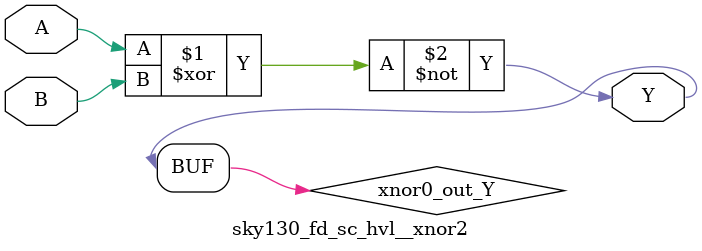
<source format=v>
/*
 * Copyright 2020 The SkyWater PDK Authors
 *
 * Licensed under the Apache License, Version 2.0 (the "License");
 * you may not use this file except in compliance with the License.
 * You may obtain a copy of the License at
 *
 *     https://www.apache.org/licenses/LICENSE-2.0
 *
 * Unless required by applicable law or agreed to in writing, software
 * distributed under the License is distributed on an "AS IS" BASIS,
 * WITHOUT WARRANTIES OR CONDITIONS OF ANY KIND, either express or implied.
 * See the License for the specific language governing permissions and
 * limitations under the License.
 *
 * SPDX-License-Identifier: Apache-2.0
*/


`ifndef SKY130_FD_SC_HVL__XNOR2_FUNCTIONAL_V
`define SKY130_FD_SC_HVL__XNOR2_FUNCTIONAL_V

/**
 * xnor2: 2-input exclusive NOR.
 *
 *        Y = !(A ^ B)
 *
 * Verilog simulation functional model.
 */

`timescale 1ns / 1ps
`default_nettype none

`celldefine
module sky130_fd_sc_hvl__xnor2 (
    Y,
    A,
    B
);

    // Module ports
    output Y;
    input  A;
    input  B;

    // Local signals
    wire xnor0_out_Y;

    //   Name   Output       Other arguments
    xnor xnor0 (xnor0_out_Y, A, B           );
    buf  buf0  (Y          , xnor0_out_Y    );

endmodule
`endcelldefine

`default_nettype wire
`endif  // SKY130_FD_SC_HVL__XNOR2_FUNCTIONAL_V

</source>
